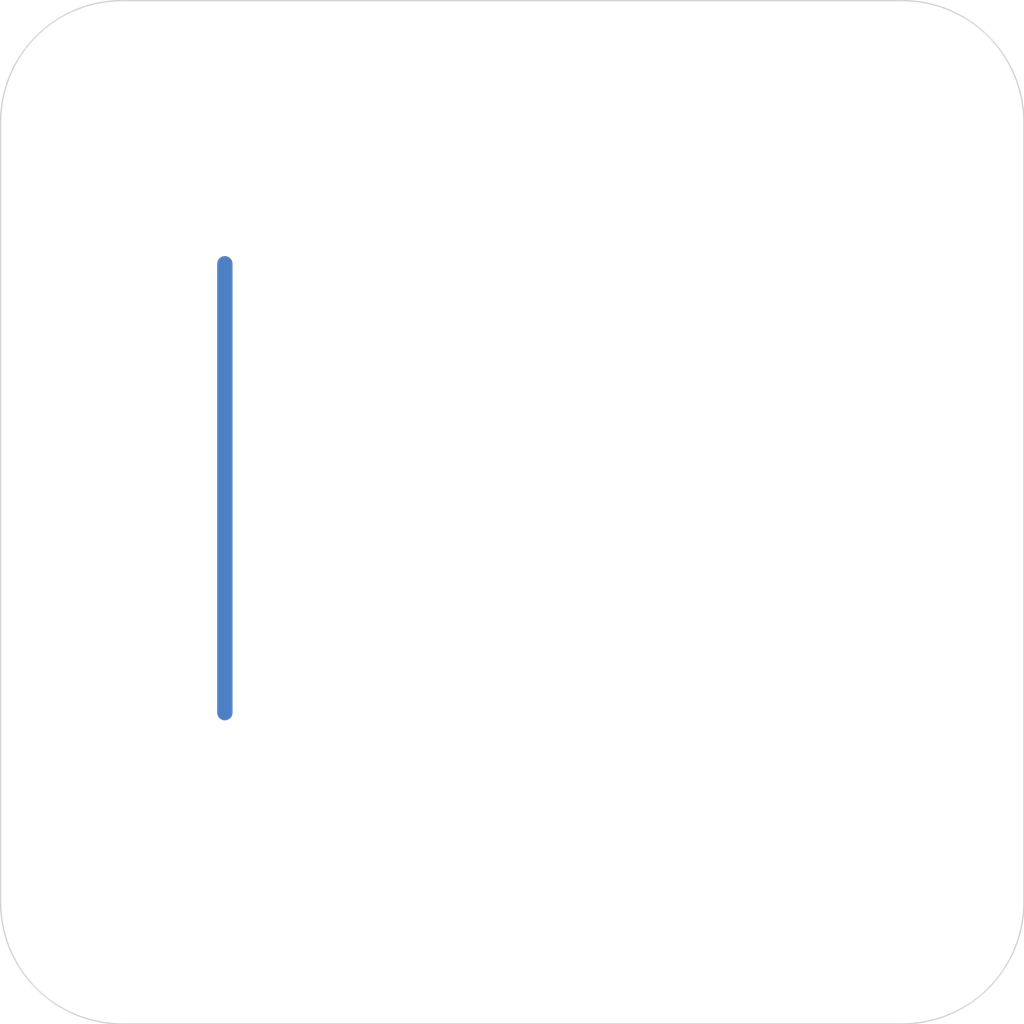
<source format=kicad_pcb>
(kicad_pcb (version 20241229) (generator "pcbnew") (generator_version "9.0")
  (title_block (title "AT435 Flight Controller") (date "2026-01-27") (rev "2026-01-27") (company "N/A") (comment 1 "Creator: Manuel Nadig"))
  (layers (0 "F.Cu" signal "TopLayer") (4 "In1.Cu" signal "Inner1") (6 "In2.Cu" signal "Inner2") (2 "B.Cu" signal "BottomLayer") (13 "F.Paste" user "TopPasteMaskLayer") (15 "B.Paste" user "BottomPasteMaskLayer") (5 "F.SilkS" user "TopSilkLayer") (7 "B.SilkS" user "BottomSilkLayer") (1 "F.Mask" user "TopSolderMaskLayer") (3 "B.Mask" user "BottomSolderMaskLayer") (25 "Edge.Cuts" user "BoardOutLine"))
  (net 0 "")
  (net 1 "+5V")
  (net 2 "+3.3V")
  (net 3 "VIN")
  (footprint "MountingHole:MountingHole_3.7mm" (layer "F.Cu") (at 186.93 105.77 90)
    (property "Reference" "REF**" (hide yes))
    (property "Value" "MountingHole_3.7mm" (hide yes))
    (pad "" np_thru_hole circle (at 0 0 90) (size 3.7 3.7) (drill 3.7) (layers "*.Cu" "*.Mask"))
  )
  (footprint "MountingHole:MountingHole_3.7mm" (layer "F.Cu") (at 186.93 75.27 90)
    (property "Reference" "REF**" (hide yes))
    (property "Value" "MountingHole_3.7mm" (hide yes))
    (pad "" np_thru_hole circle (at 0 0 90) (size 3.7 3.7) (drill 3.7) (layers "*.Cu" "*.Mask"))
  )
  (footprint "MountingHole:MountingHole_3.7mm" (layer "F.Cu") (at 217.43 75.27 90)
    (property "Reference" "REF**" (hide yes))
    (property "Value" "MountingHole_3.7mm" (hide yes))
    (pad "" np_thru_hole circle (at 0 0 90) (size 3.7 3.7) (drill 3.7) (layers "*.Cu" "*.Mask"))
  )
  (footprint "MountingHole:MountingHole_3.7mm" (layer "F.Cu") (at 217.43 105.77 90)
    (property "Reference" "REF**" (hide yes))
    (property "Value" "MountingHole_3.7mm" (hide yes))
    (pad "" np_thru_hole circle (at 0 0 90) (size 3.7 3.7) (drill 3.7) (layers "*.Cu" "*.Mask"))
  )
  (gr_line (start 217.43 70.52) (end 186.93 70.52) (stroke (width 0.05)) (layer "Edge.Cuts"))
  (gr_line (start 182.18 75.27) (end 182.18 105.77) (stroke (width 0.05)) (layer "Edge.Cuts"))
  (gr_arc (start 217.43 70.52) (mid 220.788757 71.911242) (end 222.18 75.269999) (stroke (width 0.05)) (layer "Edge.Cuts"))
  (gr_arc (start 182.18 75.27) (mid 183.571243 71.911243) (end 186.93 70.52) (stroke (width 0.05)) (layer "Edge.Cuts"))
  (gr_line (start 222.18 105.77) (end 222.18 75.269999) (stroke (width 0.05)) (layer "Edge.Cuts"))
  (gr_arc (start 186.93 110.52) (mid 183.571243 109.128757) (end 182.18 105.77) (stroke (width 0.05)) (layer "Edge.Cuts"))
  (gr_line (start 186.93 110.52) (end 217.43 110.52) (stroke (width 0.05)) (layer "Edge.Cuts"))
  (gr_arc (start 222.18 105.77) (mid 220.788757 109.128757) (end 217.43 110.52) (stroke (width 0.05)) (layer "Edge.Cuts"))
  (segment (start 190.945 80.805) (end 190.945 98.354865) (width 0.6) (layer "B.Cu") (net 3))
)
</source>
